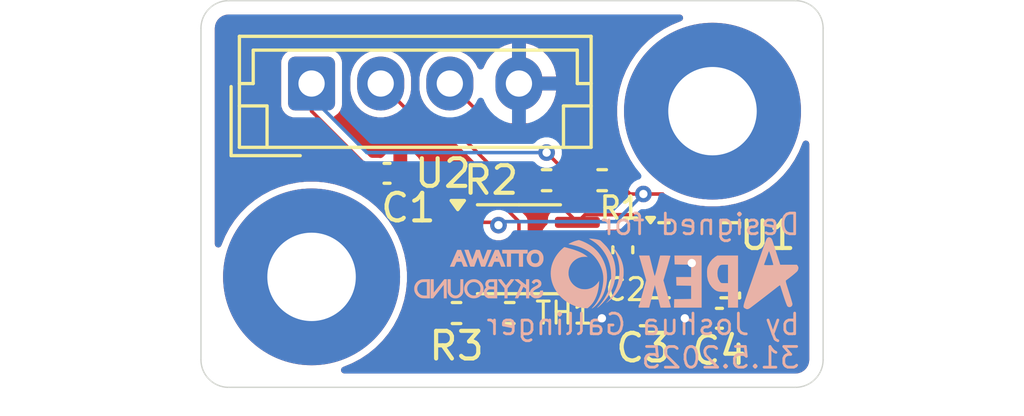
<source format=kicad_pcb>
(kicad_pcb (version 20241229) (generator "pcbnew") (generator_version "9.0")
  (layers (0 "F.Cu" signal) (2 "B.Cu" signal) (13 "F.Paste" user) (15 "B.Paste" user) (5 "F.SilkS" user "F.Silkscreen") (7 "B.SilkS" user "B.Silkscreen") (1 "F.Mask" user) (3 "B.Mask" user) (25 "Edge.Cuts" user))
  (net 0 "")
  (net 1 "+3.3V")
  (net 2 "Net-(U2-VIN)")
  (net 3 "/SNS_SDA")
  (net 4 "/SNS_SCL")
  (net 12 "GND")
  (footprint "Capacitor_SMD:C_0402_1005Metric" (layer "F.Cu") (at 111.25 87.5 180)
    (property "Reference" "C4" (at 0 -1.16 0) (layer "F.SilkS"))
    (property "Value" "0.1uF")
    (pad "1" smd roundrect (at -0.48 0 180) (size 0.56 0.62) (layers "F.Cu" "F.Mask" "F.Paste") (net 1 "+3.3V"))
    (pad "2" smd roundrect (at 0.48 0 180) (size 0.56 0.62) (layers "F.Cu" "F.Mask" "F.Paste") (net 12 "GND"))
  )
  (footprint "Resistor_SMD:R_0402_1005Metric" (layer "F.Cu") (at 103.667096 87.310217)
    (property "Reference" "TH1" (at 1.96362 0 0) (layer "F.SilkS") (effects (font (size 0.8 0.75) (thickness 0.11))))
    (property "Value" "10k")
    (pad "1" smd roundrect (at -0.51 0) (size 0.54 0.64) (layers "F.Cu" "F.Mask" "F.Paste") (net 2 "Net-(U2-VIN)"))
    (pad "2" smd roundrect (at 0.51 0) (size 0.54 0.64) (layers "F.Cu" "F.Mask" "F.Paste") (net 1 "+3.3V"))
  )
  (footprint "Resistor_SMD:R_0402_1005Metric" (layer "F.Cu") (at 107.01 82.5 180)
    (property "Reference" "R1" (at -0.655898 -1.007454 180) (layer "F.SilkS") (effects (font (size 0.8 0.75) (thickness 0.125))))
    (property "Value" "4k7")
    (pad "1" smd roundrect (at -0.51 0 180) (size 0.54 0.64) (layers "F.Cu" "F.Mask" "F.Paste") (net 4 "/SNS_SCL"))
    (pad "2" smd roundrect (at 0.51 0 180) (size 0.54 0.64) (layers "F.Cu" "F.Mask" "F.Paste") (net 1 "+3.3V"))
  )
  (footprint "Package_SO:MSOP-8_3x3mm_P0.65mm" (layer "F.Cu") (at 104 85)
    (property "Reference" "U2" (at -2.75 -2.75 0) (layer "F.SilkS"))
    (property "Value" "ADC081C021CIMM")
    (pad "1" smd roundrect (at -2.1125 -0.975) (size 1.625 0.4) (layers "F.Cu" "F.Mask" "F.Paste") (net 4 "/SNS_SCL"))
    (pad "2" smd roundrect (at -2.1125 -0.325) (size 1.625 0.4) (layers "F.Cu" "F.Mask" "F.Paste"))
    (pad "3" smd roundrect (at -2.1125 0.325) (size 1.625 0.4) (layers "F.Cu" "F.Mask" "F.Paste"))
    (pad "4" smd roundrect (at -2.1125 0.975) (size 1.625 0.4) (layers "F.Cu" "F.Mask" "F.Paste") (net 2 "Net-(U2-VIN)"))
    (pad "5" smd roundrect (at 2.1125 0.975) (size 1.625 0.4) (layers "F.Cu" "F.Mask" "F.Paste") (net 1 "+3.3V"))
    (pad "6" smd roundrect (at 2.1125 0.325) (size 1.625 0.4) (layers "F.Cu" "F.Mask" "F.Paste"))
    (pad "7" smd roundrect (at 2.1125 -0.325) (size 1.625 0.4) (layers "F.Cu" "F.Mask" "F.Paste") (net 12 "GND"))
    (pad "8" smd roundrect (at 2.1125 -0.975) (size 1.625 0.4) (layers "F.Cu" "F.Mask" "F.Paste") (net 3 "/SNS_SDA"))
  )
  (footprint "Resistor_SMD:R_0402_1005Metric" (layer "F.Cu") (at 101.742644 87.310217)
    (property "Reference" "R3" (at 0 1.189783 0) (layer "F.SilkS"))
    (property "Value" "100k")
    (pad "1" smd roundrect (at -0.51 0) (size 0.54 0.64) (layers "F.Cu" "F.Mask" "F.Paste") (net 12 "GND"))
    (pad "2" smd roundrect (at 0.51 0) (size 0.54 0.64) (layers "F.Cu" "F.Mask" "F.Paste") (net 2 "Net-(U2-VIN)"))
  )
  (footprint "Connector_JST:JST_EH_B4B-EH-A_1x04_P2.50mm_Vertical" (layer "F.Cu") (at 96.5 79)
    (property "Reference" "J1" (hide yes))
    (property "Value" "Conn_Sensors")
    (pad "1" thru_hole roundrect (at 0 0) (size 1.7 1.95) (drill 0.95) (layers "*.Cu" "*.Mask") (roundrect_rratio 0.147059) (net 1 "+3.3V"))
    (pad "2" thru_hole oval (at 2.5 0) (size 1.7 1.95) (drill 0.95) (layers "*.Cu" "*.Mask") (net 3 "/SNS_SDA"))
    (pad "3" thru_hole oval (at 5 0) (size 1.7 1.95) (drill 0.95) (layers "*.Cu" "*.Mask") (net 4 "/SNS_SCL"))
    (pad "4" thru_hole oval (at 7.5 0) (size 1.7 1.95) (drill 0.95) (layers "*.Cu" "*.Mask") (net 12 "GND"))
  )
  (footprint "MountingHole:MountingHole_3.2mm_M3_Pad" (layer "F.Cu") (at 96.5 86)
    (property "Reference" "REF**" (hide yes))
    (property "Value" "MountingHole_3.2mm_M3_Pad")
    (pad "1" thru_hole circle (at 0 0) (size 6.4 6.4) (drill 3.2) (layers "*.Cu" "*.Mask"))
  )
  (footprint "Capacitor_SMD:C_0402_1005Metric" (layer "F.Cu") (at 107.756866 85.02 -90)
    (property "Reference" "C2" (at 1.440608 -0.109756 0) (layer "F.SilkS") (effects (font (size 0.8 0.75) (thickness 0.11))))
    (property "Value" "0.1uF")
    (pad "1" smd roundrect (at -0.48 0 270) (size 0.56 0.62) (layers "F.Cu" "F.Mask" "F.Paste") (net 12 "GND"))
    (pad "2" smd roundrect (at 0.48 0 270) (size 0.56 0.62) (layers "F.Cu" "F.Mask" "F.Paste") (net 1 "+3.3V"))
  )
  (footprint "Package_LGA:LGA-14_3x2.5mm_P0.5mm_LayoutBorder3x4y" (layer "F.Cu") (at 110.369419 85.3984)
    (property "Reference" "U1" (at 2.630581 -0.8984 0) (layer "F.SilkS"))
    (property "Value" "LSM6DSM")
    (pad "1" smd roundrect (at -1.1625 -0.75) (size 0.625 0.35) (layers "F.Cu" "F.Mask" "F.Paste") (net 1 "+3.3V"))
    (pad "2" smd roundrect (at -1.1625 -0.25) (size 0.625 0.35) (layers "F.Cu" "F.Mask" "F.Paste") (net 12 "GND"))
    (pad "3" smd roundrect (at -1.1625 0.25) (size 0.625 0.35) (layers "F.Cu" "F.Mask" "F.Paste") (net 12 "GND"))
    (pad "4" smd roundrect (at -1.1625 0.75) (size 0.625 0.35) (layers "F.Cu" "F.Mask" "F.Paste"))
    (pad "5" smd roundrect (at -0.5 0.9125) (size 0.35 0.625) (layers "F.Cu" "F.Mask" "F.Paste") (net 1 "+3.3V"))
    (pad "6" smd roundrect (at 0 0.9125) (size 0.35 0.625) (layers "F.Cu" "F.Mask" "F.Paste") (net 12 "GND"))
    (pad "7" smd roundrect (at 0.5 0.9125) (size 0.35 0.625) (layers "F.Cu" "F.Mask" "F.Paste") (net 12 "GND"))
    (pad "8" smd roundrect (at 1.1625 0.75) (size 0.625 0.35) (layers "F.Cu" "F.Mask" "F.Paste") (net 1 "+3.3V"))
    (pad "9" smd roundrect (at 1.1625 0.25) (size 0.625 0.35) (layers "F.Cu" "F.Mask" "F.Paste"))
    (pad "10" smd roundrect (at 1.1625 -0.25) (size 0.625 0.35) (layers "F.Cu" "F.Mask" "F.Paste"))
    (pad "11" smd roundrect (at 1.1625 -0.75) (size 0.625 0.35) (layers "F.Cu" "F.Mask" "F.Paste"))
    (pad "12" smd roundrect (at 0.5 -0.9125) (size 0.35 0.625) (layers "F.Cu" "F.Mask" "F.Paste") (net 1 "+3.3V"))
    (pad "13" smd roundrect (at 0 -0.9125) (size 0.35 0.625) (layers "F.Cu" "F.Mask" "F.Paste") (net 4 "/SNS_SCL"))
    (pad "14" smd roundrect (at -0.5 -0.9125) (size 0.35 0.625) (layers "F.Cu" "F.Mask" "F.Paste") (net 3 "/SNS_SDA"))
  )
  (footprint "Resistor_SMD:R_0402_1005Metric" (layer "F.Cu") (at 105 82.5)
    (property "Reference" "R2" (at -2.01 0 0) (layer "F.SilkS"))
    (property "Value" "4k7")
    (pad "1" smd roundrect (at -0.51 0) (size 0.54 0.64) (layers "F.Cu" "F.Mask" "F.Paste") (net 3 "/SNS_SDA"))
    (pad "2" smd roundrect (at 0.51 0) (size 0.54 0.64) (layers "F.Cu" "F.Mask" "F.Paste") (net 1 "+3.3V"))
  )
  (footprint "MountingHole:MountingHole_3.2mm_M3_Pad" (layer "F.Cu") (at 111 80)
    (property "Reference" "REF**" (hide yes))
    (property "Value" "MountingHole_3.2mm_M3_Pad")
    (pad "1" thru_hole circle (at 0 0) (size 6.4 6.4) (drill 3.2) (layers "*.Cu" "*.Mask"))
  )
  (footprint "Capacitor_SMD:C_0402_1005Metric" (layer "F.Cu") (at 108.5 87.410901 180)
    (property "Reference" "C3" (at 0 -1.16 0) (layer "F.SilkS"))
    (property "Value" "0.1uF")
    (pad "1" smd roundrect (at -0.48 0 180) (size 0.56 0.62) (layers "F.Cu" "F.Mask" "F.Paste") (net 1 "+3.3V"))
    (pad "2" smd roundrect (at 0.48 0 180) (size 0.56 0.62) (layers "F.Cu" "F.Mask" "F.Paste") (net 12 "GND"))
  )
  (footprint "Capacitor_SMD:C_0402_1005Metric" (layer "F.Cu") (at 99.23 82.25)
    (property "Reference" "C1" (at 0.77 1.25 0) (layer "F.SilkS"))
    (property "Value" "10uF")
    (pad "1" smd roundrect (at -0.48 0) (size 0.56 0.62) (layers "F.Cu" "F.Mask" "F.Paste") (net 1 "+3.3V"))
    (pad "2" smd roundrect (at 0.48 0) (size 0.56 0.62) (layers "F.Cu" "F.Mask" "F.Paste") (net 12 "GND"))
  )
  (footprint "Silkscreen:ApexLogo" (layer "B.Cu") (at 110 85.5 180)
    (property "Reference" "G***" (hide yes))
    (property "Value" "LOGO" (hide yes))
  )
  (footprint "Silkscreen:TeamLogo" (layer "B.Cu") (at 103.610818 87.136824 180)
    (property "Reference" "G***" (hide yes))
    (property "Value" "LOGO" (hide yes))
  )
  (gr_line (start 93.5 76) (end 114 76) (stroke (width 0.05)) (layer "Edge.Cuts"))
  (gr_arc (start 92.5 77) (mid 92.792893 76.292893) (end 93.5 76) (stroke (width 0.05)) (layer "Edge.Cuts"))
  (gr_line (start 92.5 89) (end 92.5 77) (stroke (width 0.05)) (layer "Edge.Cuts"))
  (gr_arc (start 115 89) (mid 114.707107 89.707107) (end 114 90) (stroke (width 0.05)) (layer "Edge.Cuts"))
  (gr_line (start 115 77) (end 115 89) (stroke (width 0.05)) (layer "Edge.Cuts"))
  (gr_line (start 114 90) (end 93.5 90) (stroke (width 0.05)) (layer "Edge.Cuts"))
  (gr_arc (start 93.5 90) (mid 92.792893 89.707107) (end 92.5 89) (stroke (width 0.05)) (layer "Edge.Cuts"))
  (gr_arc (start 114 76) (mid 114.707107 76.292893) (end 115 77) (stroke (width 0.05)) (layer "Edge.Cuts"))
  (gr_text "Designed for\n\n\nby Joshua Gallinger\n31.5.2025" (at 114.216273 89.366699 0) (layer "B.SilkS") (effects (font (size 0.75 0.75) (thickness 0.1)) (justify left bottom mirror)))
  (segment (start 110.869419 84.4859) (end 111.146419 84.2089) (width 0.127) (layer "F.Cu") (net 1))
  (segment (start 109.206919 84.6484) (end 108.608466 84.6484) (width 0.127) (layer "F.Cu") (net 1))
  (segment (start 108.98 87.200319) (end 108.98 87.410901) (width 0.127) (layer "F.Cu") (net 1))
  (segment (start 108.98 88.02) (end 108.98 87.410901) (width 0.127) (layer "F.Cu") (net 1))
  (segment (start 111.73 86.346481) (end 111.531919 86.1484) (width 0.127) (layer "F.Cu") (net 1))
  (segment (start 108.202919 85.5) (end 107.756866 85.5) (width 0.127) (layer "F.Cu") (net 1))
  (segment (start 105.366879 88.5) (end 104.177096 87.310217) (width 0.127) (layer "F.Cu") (net 1))
  (segment (start 105.51 82.5) (end 105.51 82.01) (width 0.127) (layer "F.Cu") (net 1))
  (segment (start 104 84) (end 103.5 83.5) (width 0.127) (layer "F.Cu") (net 1))
  (segment (start 108.5 88.5) (end 105.366879 88.5) (width 0.127) (layer "F.Cu") (net 1))
  (segment (start 107.281866 85.975) (end 106.1125 85.975) (width 0.127) (layer "F.Cu") (net 1))
  (segment (start 110.98 88.25) (end 111.818114 87.411886) (width 0.127) (layer "F.Cu") (net 1))
  (segment (start 99.36857 82.7945) (end 99.331535 82.831535) (width 0.127) (layer "F.Cu") (net 1))
  (segment (start 112.5 84.75) (end 112.5 86.73) (width 0.127) (layer "F.Cu") (net 1))
  (segment (start 109.819099 88.25) (end 110.98 88.25) (width 0.127) (layer "F.Cu") (net 1))
  (segment (start 108.98 87.410901) (end 108.5 86.930901) (width 0.127) (layer "F.Cu") (net 1))
  (segment (start 111.818114 87.4099) (end 111.73 87.321786) (width 0.127) (layer "F.Cu") (net 1))
  (segment (start 111.146419 84.2089) (end 111.9589 84.2089) (width 0.127) (layer "F.Cu") (net 1))
  (segment (start 108.5 86.930901) (end 108.5 85.797081) (width 0.127) (layer "F.Cu") (net 1))
  (segment (start 100.44693 83.25) (end 99.82407 83.25) (width 0.127) (layer "F.Cu") (net 1))
  (segment (start 109.869419 86.3109) (end 108.98 87.200319) (width 0.127) (layer "F.Cu") (net 1))
  (segment (start 108.5 85.797081) (end 108.202919 85.5) (width 0.127) (layer "F.Cu") (net 1))
  (segment (start 108.608466 84.6484) (end 107.756866 85.5) (width 0.127) (layer "F.Cu") (net 1))
  (segment (start 96.5 80) (end 96.5 79) (width 0.127) (layer "F.Cu") (net 1))
  (segment (start 112.5 86.73) (end 111.73 87.5) (width 0.127) (layer "F.Cu") (net 1))
  (segment (start 111.73 87.321786) (end 111.73 86.346481) (width 0.127) (layer "F.Cu") (net 1))
  (segment (start 104.475 85.975) (end 104 85.5) (width 0.127) (layer "F.Cu") (net 1))
  (segment (start 99.82407 83.25) (end 99.36857 82.7945) (width 0.127) (layer "F.Cu") (net 1))
  (segment (start 105.51 82.5) (end 106.5 82.5) (width 0.127) (layer "F.Cu") (net 1))
  (segment (start 108.5 88.5) (end 108.98 88.02) (width 0.127) (layer "F.Cu") (net 1))
  (segment (start 111.818114 87.411886) (end 111.818114 87.4099) (width 0.127) (layer "F.Cu") (net 1))
  (segment (start 103.5 83.5) (end 100.69693 83.5) (width 0.127) (layer "F.Cu") (net 1))
  (segment (start 107.756866 85.5) (end 107.281866 85.975) (width 0.127) (layer "F.Cu") (net 1))
  (segment (start 111.818114 87.4099) (end 111.818114 87.681886) (width 0.127) (layer "F.Cu") (net 1))
  (segment (start 105.51 82.01) (end 105 81.5) (width 0.127) (layer "F.Cu") (net 1))
  (segment (start 108.98 87.410901) (end 109.819099 88.25) (width 0.127) (layer "F.Cu") (net 1))
  (segment (start 100.69693 83.5) (end 100.44693 83.25) (width 0.127) (layer "F.Cu") (net 1))
  (segment (start 104 85.5) (end 104 84) (width 0.127) (layer "F.Cu") (net 1))
  (segment (start 106.1125 85.975) (end 104.475 85.975) (width 0.127) (layer "F.Cu") (net 1))
  (segment (start 111.9589 84.2089) (end 112.5 84.75) (width 0.127) (layer "F.Cu") (net 1))
  (segment (start 99.331535 82.831535) (end 96.5 80) (width 0.127) (layer "F.Cu") (net 1))
  (via (at 105 81.5) (size 0.6) (drill 0.3) (layers "F.Cu" "B.Cu") (net 1))
  (segment (start 96.5 79.5) (end 96.5 79) (width 0.127) (layer "B.Cu") (net 1))
  (segment (start 105 81.5) (end 98.5 81.5) (width 0.127) (layer "B.Cu") (net 1))
  (segment (start 98.5 81.5) (end 96.5 79.5) (width 0.127) (layer "B.Cu") (net 1))
  (segment (start 103.157096 87.310217) (end 102.252644 87.310217) (width 0.127) (layer "F.Cu") (net 2))
  (segment (start 102.252644 87.310217) (end 102.252644 86.340144) (width 0.127) (layer "F.Cu") (net 2))
  (segment (start 102.252644 86.340144) (end 101.8875 85.975) (width 0.127) (layer "F.Cu") (net 2))
  (segment (start 106.1125 84.025) (end 104.5875 82.5) (width 0.127) (layer "F.Cu") (net 3))
  (segment (start 100.5 80.5) (end 99 79) (width 0.127) (layer "F.Cu") (net 3))
  (segment (start 109.869419 84.4859) (end 109.133519 83.75) (width 0.127) (layer "F.Cu") (net 3))
  (segment (start 103.5 82.5) (end 101.5 80.5) (width 0.127) (layer "F.Cu") (net 3))
  (segment (start 104.5875 82.5) (end 104.49 82.5) (width 0.127) (layer "F.Cu") (net 3))
  (segment (start 106.3875 83.75) (end 106.1125 84.025) (width 0.127) (layer "F.Cu") (net 3))
  (segment (start 109.133519 83.75) (end 106.3875 83.75) (width 0.127) (layer "F.Cu") (net 3))
  (segment (start 101.5 80.5) (end 100.5 80.5) (width 0.127) (layer "F.Cu") (net 3))
  (segment (start 104.49 82.5) (end 103.5 82.5) (width 0.127) (layer "F.Cu") (net 3))
  (segment (start 108.5 83) (end 108.02 83) (width 0.127) (layer "F.Cu") (net 4))
  (segment (start 107.52 82.5) (end 105.52 80.5) (width 0.127) (layer "F.Cu") (net 4))
  (segment (start 108.02 83) (end 107.52 82.5) (width 0.127) (layer "F.Cu") (net 4))
  (segment (start 103.157378 84.025) (end 103.259439 84.127061) (width 0.127) (layer "F.Cu") (net 4))
  (segment (start 103 80.5) (end 101.5 79) (width 0.127) (layer "F.Cu") (net 4))
  (segment (start 110.369419 84.4859) (end 110.369419 84.173401) (width 0.127) (layer "F.Cu") (net 4))
  (segment (start 110.369419 84.173401) (end 109.196018 83) (width 0.127) (layer "F.Cu") (net 4))
  (segment (start 109.196018 83) (end 108.5 83) (width 0.127) (layer "F.Cu") (net 4))
  (segment (start 101.8875 84.025) (end 103.157378 84.025) (width 0.127) (layer "F.Cu") (net 4))
  (segment (start 105.52 80.5) (end 103 80.5) (width 0.127) (layer "F.Cu") (net 4))
  (via (at 103.259439 84.127061) (size 0.6) (drill 0.3) (layers "F.Cu" "B.Cu") (net 4))
  (via (at 108.5 83) (size 0.6) (drill 0.3) (layers "F.Cu" "B.Cu") (net 4))
  (segment (start 107.5 84) (end 103.3865 84) (width 0.127) (layer "B.Cu") (net 4))
  (segment (start 108.5 83) (end 107.5 84) (width 0.127) (layer "B.Cu") (net 4))
  (segment (start 103.3865 84) (end 103.259439 84.127061) (width 0.127) (layer "B.Cu") (net 4))
  (segment (start 110.369419 86.921205) (end 110.858114 87.4099) (width 0.127) (layer "F.Cu") (net 12))
  (segment (start 109.75 85.5) (end 109.355319 85.5) (width 0.127) (layer "F.Cu") (net 12))
  (segment (start 109.558519 85.5) (end 109.75 85.5) (width 0.127) (layer "F.Cu") (net 12))
  (segment (start 110.25 85.5) (end 109.75 85.5) (width 0.127) (layer "F.Cu") (net 12))
  (segment (start 110.369419 86.3109) (end 110.369419 86.921205) (width 0.127) (layer "F.Cu") (net 12))
  (segment (start 109.206919 85.1484) (end 109.558519 85.5) (width 0.127) (layer "F.Cu") (net 12))
  (segment (start 110.369419 86.3109) (end 110.869419 86.3109) (width 0.127) (layer "F.Cu") (net 12))
  (segment (start 109.355319 85.5) (end 109.206919 85.6484) (width 0.127) (layer "F.Cu") (net 12))
  (segment (start 107.621866 84.675) (end 107.756866 84.54) (width 0.127) (layer "F.Cu") (net 12))
  (via (at 107 87.5) (size 0.6) (drill 0.3) (layers "F.Cu" "B.Cu") (net 12))
  (via (at 110.25 85.5) (size 0.6) (drill 0.3) (layers "F.Cu" "B.Cu") (net 12))
  (via (at 110 87.5) (size 0.6) (drill 0.3) (layers "F.Cu" "B.Cu") (net 12))
  (zone (net 12) (net_name "GND") (layers "F.Cu" "B.Cu") (connect_pads (clearance 0.25)) (min_thickness 0.25) (fill yes (thermal_gap 0.5) (thermal_bridge_width 0.5))
    (polygon (pts (xy 92.5 76) (xy 92.5 90) (xy 115 90) (xy 115 76)))
  )
)
</source>
